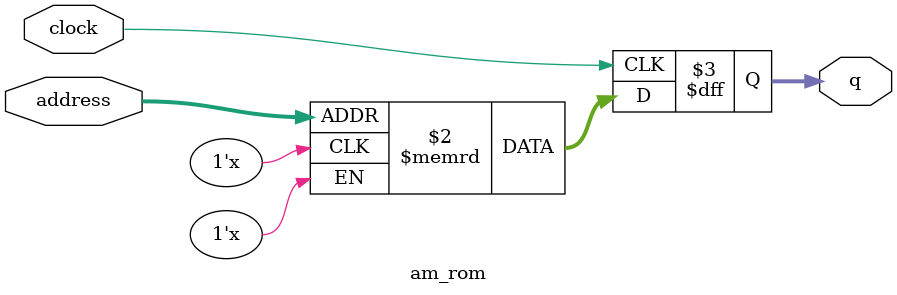
<source format=sv>
module am_rom (
	input logic clock,
	input logic [11:0] address,
	output logic [3:0] q
);

logic [3:0] memory [0:2499] /* synthesis ram_init_file = "./am/am.mif" */;

always_ff @ (posedge clock) begin
	q <= memory[address];
end

endmodule

</source>
